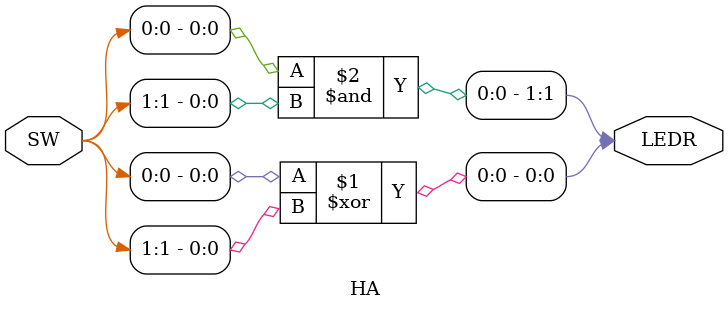
<source format=v>
module HA(LEDR, SW);
  input [1:0] SW;
  output [1:0] LEDR;
  assign LEDR[0] = SW[0] ^ SW[1]; // sum
  assign LEDR[1] = SW[0] & SW[1]; // carry
endmodule

</source>
